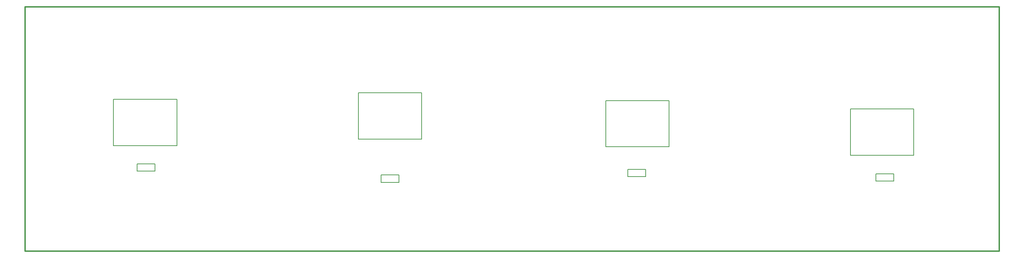
<source format=gbr>
%FSLAX34Y34*%
%MOMM*%
%LNSILK_BOTTOM*%
G71*
G01*
%ADD10C, 0.333*%
%ADD11C, 0.167*%
%LPD*%
G54D10*
X7183Y1666D02*
X7183Y603666D01*
X2407183Y603666D01*
X2407183Y1666D01*
X7183Y1666D01*
G54D11*
X2040960Y352315D02*
X2040960Y238315D01*
X2196954Y238315D01*
X2196954Y352315D01*
X2040960Y352315D01*
G54D11*
X1437773Y372951D02*
X1437773Y258951D01*
X1593767Y258951D01*
X1593767Y372951D01*
X1437773Y372951D01*
G54D11*
X828584Y278013D02*
X984578Y278013D01*
X984578Y392013D01*
X828584Y392013D01*
X828584Y278013D01*
G54D11*
X225050Y262125D02*
X381044Y262125D01*
X381044Y376125D01*
X225050Y376125D01*
X225050Y262125D01*
G54D11*
X2147654Y174334D02*
X2147654Y192334D01*
X2103654Y192334D01*
X2103654Y174334D01*
X2147654Y174334D01*
G54D11*
X1536098Y185531D02*
X1536098Y203531D01*
X1492098Y203531D01*
X1492098Y185531D01*
X1536098Y185531D01*
G54D11*
X928644Y171401D02*
X928644Y189401D01*
X884644Y189401D01*
X884644Y171401D01*
X928644Y171401D01*
G54D11*
X327316Y199019D02*
X327316Y217019D01*
X283316Y217019D01*
X283316Y199019D01*
X327316Y199019D01*
M02*

</source>
